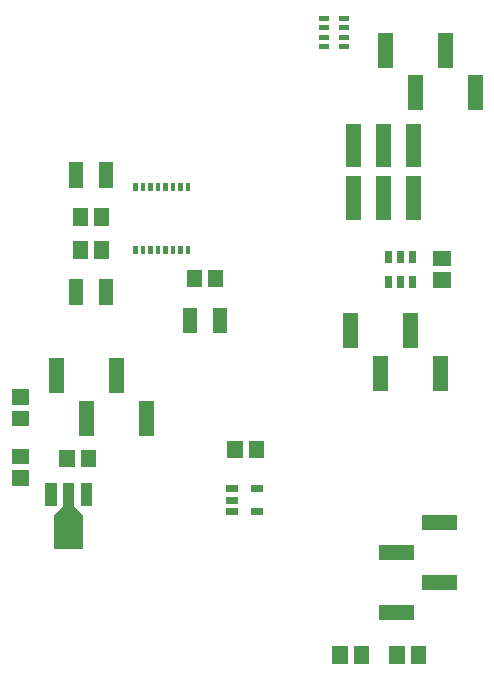
<source format=gbr>
G04 start of page 10 for group -4015 idx -4015 *
G04 Title: (unknown), toppaste *
G04 Creator: pcb 20140316 *
G04 CreationDate: Sun 31 Mar 2019 02:17:40 PM GMT UTC *
G04 For: railfan *
G04 Format: Gerber/RS-274X *
G04 PCB-Dimensions (mil): 2100.00 2700.00 *
G04 PCB-Coordinate-Origin: lower left *
%MOIN*%
%FSLAX25Y25*%
%LNTOPPASTE*%
%ADD85R,0.0150X0.0150*%
%ADD84R,0.0490X0.0490*%
%ADD83C,0.0001*%
%ADD82R,0.0945X0.0945*%
%ADD81R,0.0378X0.0378*%
%ADD80R,0.0512X0.0512*%
%ADD79R,0.0240X0.0240*%
%ADD78R,0.0167X0.0167*%
%ADD77R,0.0500X0.0500*%
G54D77*X186500Y223240D02*Y216587D01*
X176500Y237413D02*Y230760D01*
X166500Y223240D02*Y216587D01*
X156500Y237413D02*Y230760D01*
G54D78*X135217Y244724D02*X137087D01*
X135217Y241575D02*X137087D01*
X135217Y238425D02*X137087D01*
X135217Y235276D02*X137087D01*
X141913D02*X143783D01*
X141913Y238425D02*X143783D01*
X141913Y241575D02*X143783D01*
X141913Y244724D02*X143783D01*
G54D77*X175000Y129740D02*Y123087D01*
X165000Y143913D02*Y137260D01*
X155000Y129740D02*Y123087D01*
X145000Y143913D02*Y137260D01*
G54D79*X165500Y165800D02*Y164200D01*
X161600Y165800D02*Y164200D01*
X157700Y165800D02*Y164200D01*
Y157600D02*Y156000D01*
X161600Y157600D02*Y156000D01*
X165500Y157600D02*Y156000D01*
G54D80*X57543Y98393D02*Y97607D01*
X50457Y98393D02*Y97607D01*
X34607Y98543D02*X35393D01*
X34607Y91457D02*X35393D01*
G54D81*X56906Y87984D02*Y83890D01*
X51000Y87984D02*Y76174D01*
G54D82*Y74440D02*Y72550D01*
G54D83*G36*
X52885Y82005D02*X55725Y79165D01*
X54305Y77745D01*
X51465Y80585D01*
X52885Y82005D01*
G37*
G36*
X46275Y79165D02*X49115Y82005D01*
X50535Y80585D01*
X47695Y77745D01*
X46275Y79165D01*
G37*
G54D81*X45094Y87984D02*Y83890D01*
G54D80*X34607Y111414D02*X35393D01*
X34607Y118500D02*X35393D01*
X175107Y157457D02*X175893D01*
X175107Y164543D02*X175893D01*
G54D77*X47000Y128913D02*Y122260D01*
X57000Y114740D02*Y108087D01*
X67000Y128913D02*Y122260D01*
X77000Y114740D02*Y108087D01*
G54D80*X62043Y178893D02*Y178107D01*
X54957Y178893D02*Y178107D01*
G54D84*X63500Y194300D02*Y190700D01*
X53500Y194300D02*Y190700D01*
G54D80*X62043Y167893D02*Y167107D01*
X54957Y167893D02*Y167107D01*
G54D84*X63500Y155300D02*Y151700D01*
X53500Y155300D02*Y151700D01*
X101500Y145800D02*Y142200D01*
X91500Y145800D02*Y142200D01*
G54D80*X100043Y158393D02*Y157607D01*
X92957Y158393D02*Y157607D01*
G54D77*X157087Y46500D02*X163740D01*
X171260Y56500D02*X177913D01*
X157087Y66500D02*X163740D01*
X171260Y76500D02*X177913D01*
G54D80*X160457Y32893D02*Y32107D01*
X167543Y32893D02*Y32107D01*
X141457Y32893D02*Y32107D01*
X148543Y32893D02*Y32107D01*
G54D77*X146000Y189504D02*Y180016D01*
X156000Y189504D02*Y180016D01*
X166000Y189504D02*Y180016D01*
Y206984D02*Y197496D01*
X156000Y206984D02*Y197496D01*
X146000Y206984D02*Y197496D01*
G54D85*X90750Y189000D02*Y188000D01*
X88250Y189000D02*Y188000D01*
X85750Y189000D02*Y188000D01*
X83250Y189000D02*Y188000D01*
X80750Y189000D02*Y188000D01*
X78250Y189000D02*Y188000D01*
X75750Y189000D02*Y188000D01*
X73250Y189000D02*Y188000D01*
Y168000D02*Y167000D01*
X75750Y168000D02*Y167000D01*
X78250Y168000D02*Y167000D01*
X80750Y168000D02*Y167000D01*
X83250Y168000D02*Y167000D01*
X85750Y168000D02*Y167000D01*
X88250Y168000D02*Y167000D01*
X90750Y168000D02*Y167000D01*
G54D79*X112900Y80200D02*X114500D01*
X112900Y88000D02*X114500D01*
X104700D02*X106300D01*
X104700Y84100D02*X106300D01*
X104700Y80200D02*X106300D01*
G54D80*X113543Y101393D02*Y100607D01*
X106457Y101393D02*Y100607D01*
M02*

</source>
